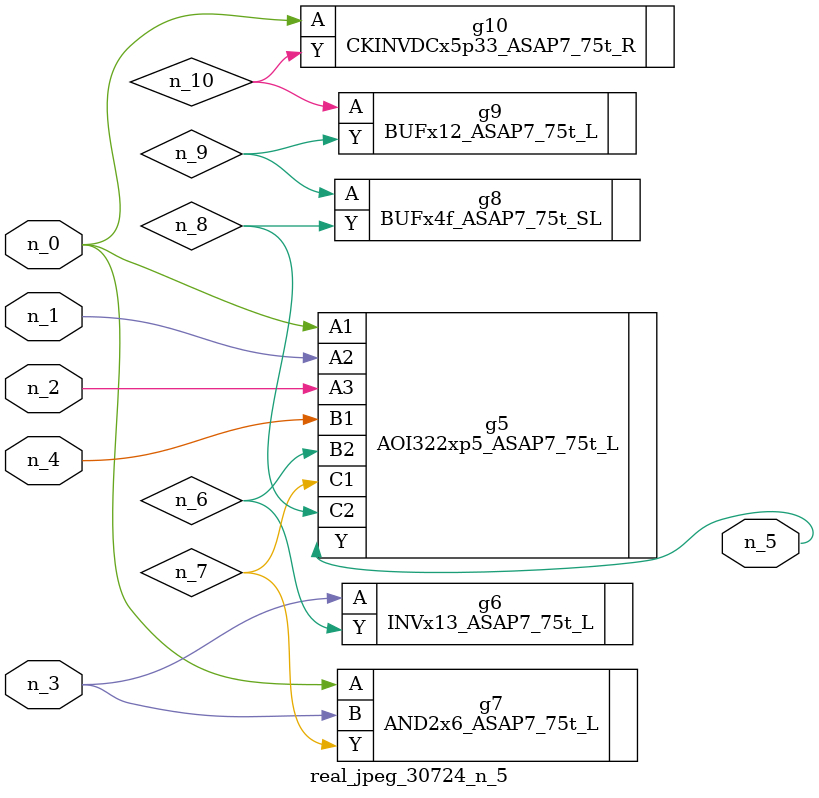
<source format=v>
module real_jpeg_30724_n_5 (n_4, n_0, n_1, n_2, n_3, n_5);

input n_4;
input n_0;
input n_1;
input n_2;
input n_3;

output n_5;

wire n_8;
wire n_6;
wire n_7;
wire n_10;
wire n_9;

AOI322xp5_ASAP7_75t_L g5 ( 
.A1(n_0),
.A2(n_1),
.A3(n_2),
.B1(n_4),
.B2(n_6),
.C1(n_7),
.C2(n_8),
.Y(n_5)
);

AND2x6_ASAP7_75t_L g7 ( 
.A(n_0),
.B(n_3),
.Y(n_7)
);

CKINVDCx5p33_ASAP7_75t_R g10 ( 
.A(n_0),
.Y(n_10)
);

INVx13_ASAP7_75t_L g6 ( 
.A(n_3),
.Y(n_6)
);

BUFx4f_ASAP7_75t_SL g8 ( 
.A(n_9),
.Y(n_8)
);

BUFx12_ASAP7_75t_L g9 ( 
.A(n_10),
.Y(n_9)
);


endmodule
</source>
